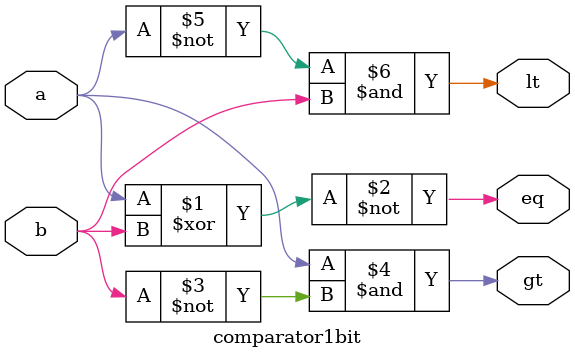
<source format=v>
module comparator1bit(
    input a, b,
    output eq, gt, lt
);
    assign eq = ~(a ^ b);
    assign gt = a & ~b;
    assign lt = ~a & b;
endmodule

</source>
